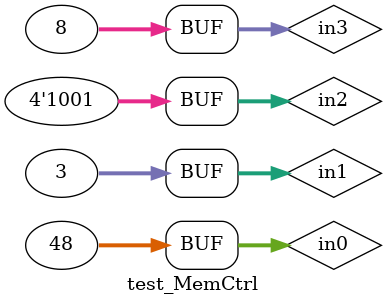
<source format=v>
module test_MemCtrl;
	reg [31:0] in0, in1, in3;//src1,src2,ramin
	reg [3:0] in2;//opcode
	wire rw;//rwflag
	wire ldr, add;//select for address and ldr mux
	wire [31:0] ramout,databus;
	wire [15:0] addbus;
	initial
	begin
	#0  in0=32'b11; in1=32'b100001; in2=4'b1010;in3=32'b1000;
	#10 in0=32'b110; in1=32'b10001; in2=4'b1010;in3=32'b1000;
	#10 in0=32'b1100; in1=32'b1001; in2=4'b1001;in3=32'b1000;
	#10 in0=32'b11000; in1=32'b101; in2=4'b1010;in3=32'b1000;
	#10 in0=32'b110000; in1=32'b11; in2=4'b1001;in3=32'b1000;
	end

	initial
	begin
	$monitor($time," src1=%b, src2=%b, opcode=%b, ram in=%b, ram data out=%b, RW flag=%b, sel_ldr=%b, sel_add=%b, address out=%b, data ldr out=%b",in0,in1,in2,in3,ramout,rw,ldr,add,addbus,databus);
	end

	MemoryControl memcrtl(in0,in1,in2,in3,ramout,rw,ldr,add,addbus,databus);

endmodule

</source>
